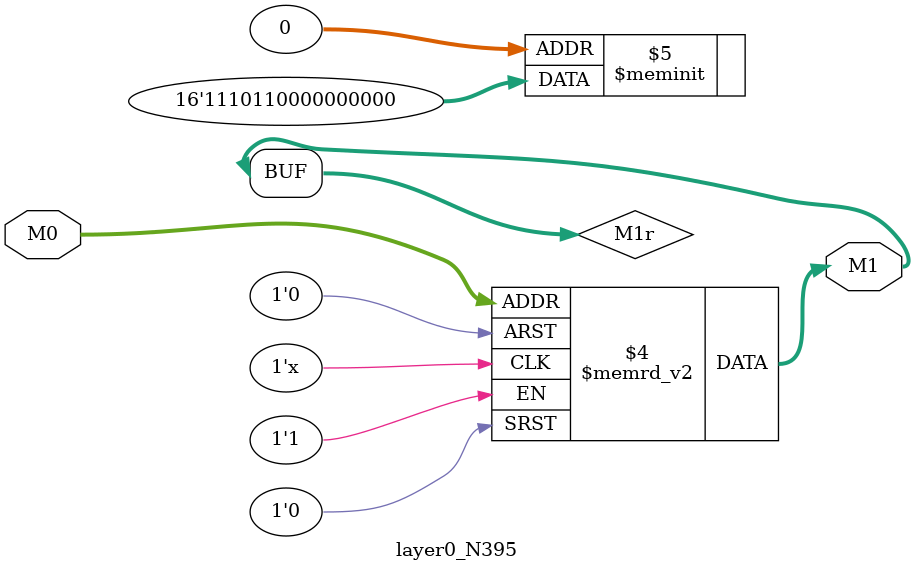
<source format=v>
module layer0_N395 ( input [2:0] M0, output [1:0] M1 );

	(*rom_style = "distributed" *) reg [1:0] M1r;
	assign M1 = M1r;
	always @ (M0) begin
		case (M0)
			3'b000: M1r = 2'b00;
			3'b100: M1r = 2'b00;
			3'b010: M1r = 2'b00;
			3'b110: M1r = 2'b10;
			3'b001: M1r = 2'b00;
			3'b101: M1r = 2'b11;
			3'b011: M1r = 2'b00;
			3'b111: M1r = 2'b11;

		endcase
	end
endmodule

</source>
